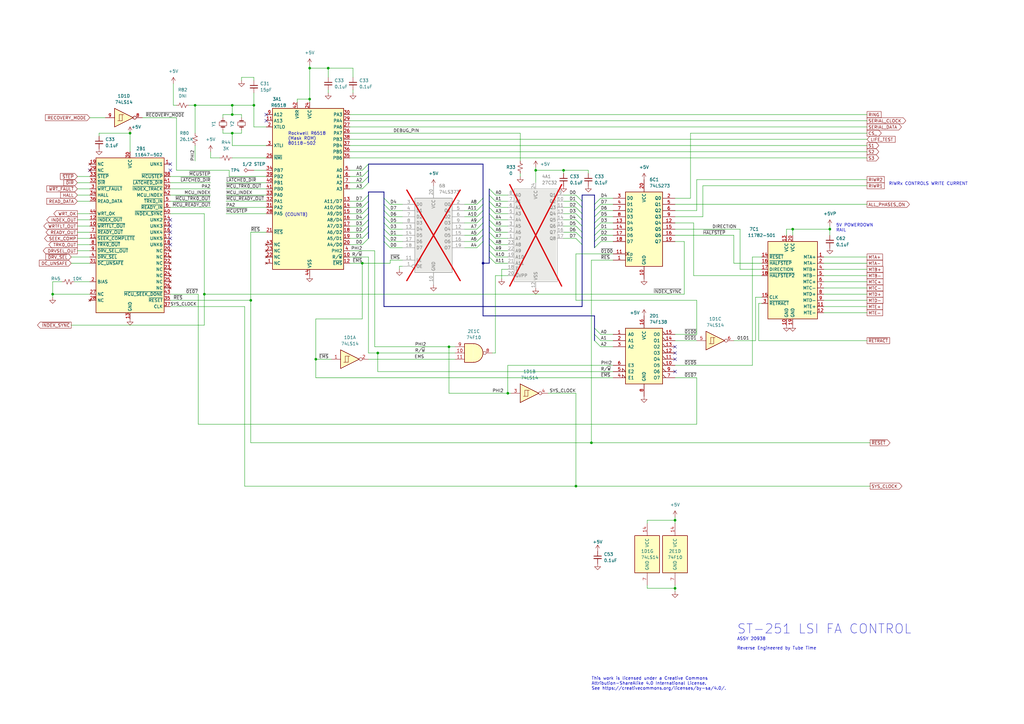
<source format=kicad_sch>
(kicad_sch (version 20230121) (generator eeschema)
  (paper "A3")
  (junction (at 83.82 120.65))
  (junction (at 127 27.94))
  (junction (at 80.01 43.18))
  (junction (at 219.71 69.85))
  (junction (at 53.34 54.61))
  (junction (at 208.28 161.29))
  (junction (at 154.94 144.78))
  (junction (at 21.59 120.65))
  (junction (at 134.62 27.94))
  (junction (at 95.25 43.18))
  (junction (at 104.14 43.18))
  (junction (at 184.15 142.24))
  (junction (at 127 40.64))
  (junction (at 340.36 93.98))
  (junction (at 231.14 69.85))
  (junction (at 102.87 123.19))
  (junction (at 95.25 54.61))
  (junction (at 148.59 107.95))
  (junction (at 276.86 241.3))
  (junction (at 129.54 147.32))
  (junction (at 198.12 107.95))
  (junction (at 236.22 199.39))
  (junction (at 95.25 46.99))
  (junction (at 276.86 213.36))
  (junction (at 325.12 93.98))
  (junction (at 242.57 181.61))
  (no_connect (at 276.86 147.32))
  (no_connect (at 69.85 95.25))
  (no_connect (at 109.22 49.53))
  (no_connect (at 69.85 100.33))
  (no_connect (at 276.86 152.4))
  (no_connect (at 36.83 69.85))
  (no_connect (at 69.85 69.85))
  (no_connect (at 69.85 97.79))
  (no_connect (at 276.86 142.24))
  (no_connect (at 69.85 90.17))
  (no_connect (at 109.22 46.99))
  (no_connect (at 69.85 67.31))
  (no_connect (at 276.86 144.78))
  (no_connect (at 69.85 92.71))
  (bus_entry (at 203.2 85.09) (size -2.54 -2.54))
  (bus_entry (at 195.58 88.9) (size 2.54 -2.54))
  (bus_entry (at 203.2 82.55) (size -2.54 -2.54))
  (bus_entry (at 238.76 82.55) (size -2.54 -2.54))
  (bus_entry (at 238.76 100.33) (size -2.54 -2.54))
  (bus_entry (at 160.02 93.98) (size -2.54 -2.54))
  (bus_entry (at 148.59 100.33) (size 2.54 -2.54))
  (bus_entry (at 160.02 96.52) (size -2.54 -2.54))
  (bus_entry (at 203.2 90.17) (size -2.54 -2.54))
  (bus_entry (at 203.2 107.95) (size -2.54 -2.54))
  (bus_entry (at 148.59 97.79) (size 2.54 -2.54))
  (bus_entry (at 243.84 93.98) (size 2.54 -2.54))
  (bus_entry (at 238.76 90.17) (size -2.54 -2.54))
  (bus_entry (at 148.59 77.47) (size 2.54 -2.54))
  (bus_entry (at 160.02 101.6) (size -2.54 -2.54))
  (bus_entry (at 243.84 96.52) (size 2.54 -2.54))
  (bus_entry (at 148.59 82.55) (size 2.54 -2.54))
  (bus_entry (at 238.76 87.63) (size -2.54 -2.54))
  (bus_entry (at 238.76 97.79) (size -2.54 -2.54))
  (bus_entry (at 203.2 80.01) (size -2.54 -2.54))
  (bus_entry (at 203.2 95.25) (size -2.54 -2.54))
  (bus_entry (at 195.58 93.98) (size 2.54 -2.54))
  (bus_entry (at 148.59 95.25) (size 2.54 -2.54))
  (bus_entry (at 243.84 91.44) (size 2.54 -2.54))
  (bus_entry (at 203.2 105.41) (size -2.54 -2.54))
  (bus_entry (at 243.84 101.6) (size 2.54 -2.54))
  (bus_entry (at 238.76 95.25) (size -2.54 -2.54))
  (bus_entry (at 195.58 86.36) (size 2.54 -2.54))
  (bus_entry (at 243.84 83.82) (size 2.54 -2.54))
  (bus_entry (at 203.2 100.33) (size -2.54 -2.54))
  (bus_entry (at 160.02 83.82) (size -2.54 -2.54))
  (bus_entry (at 238.76 85.09) (size -2.54 -2.54))
  (bus_entry (at 160.02 88.9) (size -2.54 -2.54))
  (bus_entry (at 203.2 97.79) (size -2.54 -2.54))
  (bus_entry (at 238.76 92.71) (size -2.54 -2.54))
  (bus_entry (at 195.58 101.6) (size 2.54 -2.54))
  (bus_entry (at 195.58 96.52) (size 2.54 -2.54))
  (bus_entry (at 246.38 139.7) (size -2.54 -2.54))
  (bus_entry (at 148.59 74.93) (size 2.54 -2.54))
  (bus_entry (at 195.58 99.06) (size 2.54 -2.54))
  (bus_entry (at 243.84 99.06) (size 2.54 -2.54))
  (bus_entry (at 203.2 92.71) (size -2.54 -2.54))
  (bus_entry (at 148.59 72.39) (size 2.54 -2.54))
  (bus_entry (at 148.59 87.63) (size 2.54 -2.54))
  (bus_entry (at 246.38 142.24) (size -2.54 -2.54))
  (bus_entry (at 203.2 87.63) (size -2.54 -2.54))
  (bus_entry (at 160.02 86.36) (size -2.54 -2.54))
  (bus_entry (at 148.59 69.85) (size 2.54 -2.54))
  (bus_entry (at 195.58 83.82) (size 2.54 -2.54))
  (bus_entry (at 148.59 90.17) (size 2.54 -2.54))
  (bus_entry (at 246.38 137.16) (size -2.54 -2.54))
  (bus_entry (at 160.02 99.06) (size -2.54 -2.54))
  (bus_entry (at 148.59 85.09) (size 2.54 -2.54))
  (bus_entry (at 160.02 91.44) (size -2.54 -2.54))
  (bus_entry (at 148.59 92.71) (size 2.54 -2.54))
  (bus_entry (at 195.58 91.44) (size 2.54 -2.54))
  (bus_entry (at 203.2 102.87) (size -2.54 -2.54))
  (bus_entry (at 243.84 88.9) (size 2.54 -2.54))
  (bus_entry (at 243.84 86.36) (size 2.54 -2.54))
  (wire (pts (xy 242.57 106.68) (xy 242.57 181.61)))
  (wire (pts (xy 40.64 54.61) (xy 40.64 55.88)))
  (wire (pts (xy 31.75 82.55) (xy 36.83 82.55)))
  (wire (pts (xy 251.46 88.9) (xy 246.38 88.9)))
  (wire (pts (xy 190.5 99.06) (xy 195.58 99.06)))
  (wire (pts (xy 303.53 93.98) (xy 303.53 110.49)))
  (wire (pts (xy 102.87 123.19) (xy 102.87 181.61)))
  (wire (pts (xy 143.51 59.69) (xy 355.6 59.69)))
  (wire (pts (xy 104.14 69.85) (xy 109.22 69.85)))
  (wire (pts (xy 276.86 213.36) (xy 276.86 214.63)))
  (wire (pts (xy 143.51 57.15) (xy 355.6 57.15)))
  (wire (pts (xy 148.59 130.81) (xy 129.54 130.81)))
  (bus (pts (xy 200.66 80.01) (xy 200.66 82.55)))
  (bus (pts (xy 151.13 97.79) (xy 151.13 95.25)))
  (bus (pts (xy 151.13 85.09) (xy 151.13 82.55)))
  (bus (pts (xy 198.12 91.44) (xy 198.12 93.98)))
  (wire (pts (xy 80.01 59.69) (xy 80.01 66.04)))
  (bus (pts (xy 157.48 125.73) (xy 238.76 125.73)))
  (wire (pts (xy 231.14 92.71) (xy 236.22 92.71)))
  (wire (pts (xy 104.14 31.75) (xy 99.06 31.75)))
  (wire (pts (xy 276.86 154.94) (xy 285.75 154.94)))
  (wire (pts (xy 284.48 91.44) (xy 284.48 113.03)))
  (bus (pts (xy 151.13 90.17) (xy 151.13 87.63)))
  (wire (pts (xy 129.54 130.81) (xy 129.54 147.32)))
  (bus (pts (xy 151.13 87.63) (xy 151.13 85.09)))
  (wire (pts (xy 203.2 87.63) (xy 208.28 87.63)))
  (wire (pts (xy 325.12 93.98) (xy 340.36 93.98)))
  (wire (pts (xy 312.42 124.46) (xy 311.15 124.46)))
  (bus (pts (xy 198.12 129.54) (xy 198.12 107.95)))
  (wire (pts (xy 80.01 43.18) (xy 95.25 43.18)))
  (wire (pts (xy 92.71 87.63) (xy 109.22 87.63)))
  (wire (pts (xy 276.86 137.16) (xy 285.75 137.16)))
  (wire (pts (xy 31.75 72.39) (xy 36.83 72.39)))
  (wire (pts (xy 86.36 62.23) (xy 86.36 64.77)))
  (wire (pts (xy 127 26.67) (xy 127 27.94)))
  (wire (pts (xy 129.54 154.94) (xy 251.46 154.94)))
  (wire (pts (xy 69.85 87.63) (xy 83.82 87.63)))
  (wire (pts (xy 236.22 161.29) (xy 236.22 199.39)))
  (bus (pts (xy 151.13 82.55) (xy 151.13 80.01)))
  (wire (pts (xy 251.46 99.06) (xy 246.38 99.06)))
  (bus (pts (xy 200.66 85.09) (xy 200.66 87.63)))
  (wire (pts (xy 160.02 88.9) (xy 165.1 88.9)))
  (wire (pts (xy 134.62 27.94) (xy 134.62 31.75)))
  (wire (pts (xy 203.2 95.25) (xy 208.28 95.25)))
  (bus (pts (xy 238.76 95.25) (xy 238.76 97.79)))
  (wire (pts (xy 184.15 142.24) (xy 186.69 142.24)))
  (wire (pts (xy 160.02 107.95) (xy 160.02 106.68)))
  (bus (pts (xy 198.12 88.9) (xy 198.12 91.44)))
  (wire (pts (xy 143.51 77.47) (xy 148.59 77.47)))
  (wire (pts (xy 231.14 97.79) (xy 236.22 97.79)))
  (wire (pts (xy 285.75 154.94) (xy 285.75 173.99)))
  (wire (pts (xy 69.85 82.55) (xy 86.36 82.55)))
  (bus (pts (xy 243.84 134.62) (xy 243.84 129.54)))
  (bus (pts (xy 200.66 95.25) (xy 200.66 97.79)))
  (bus (pts (xy 198.12 107.95) (xy 200.66 107.95)))
  (wire (pts (xy 265.43 214.63) (xy 265.43 213.36)))
  (wire (pts (xy 127 27.94) (xy 134.62 27.94)))
  (wire (pts (xy 144.78 27.94) (xy 144.78 31.75)))
  (wire (pts (xy 102.87 95.25) (xy 109.22 95.25)))
  (bus (pts (xy 200.66 105.41) (xy 200.66 107.95)))
  (wire (pts (xy 251.46 86.36) (xy 246.38 86.36)))
  (bus (pts (xy 243.84 88.9) (xy 243.84 86.36)))
  (wire (pts (xy 276.86 88.9) (xy 288.29 88.9)))
  (wire (pts (xy 143.51 82.55) (xy 148.59 82.55)))
  (wire (pts (xy 276.86 93.98) (xy 303.53 93.98)))
  (bus (pts (xy 151.13 80.01) (xy 151.13 78.74)))
  (wire (pts (xy 148.59 107.95) (xy 148.59 130.81)))
  (wire (pts (xy 29.21 105.41) (xy 36.83 105.41)))
  (wire (pts (xy 69.85 80.01) (xy 86.36 80.01)))
  (wire (pts (xy 92.71 74.93) (xy 109.22 74.93)))
  (wire (pts (xy 95.25 54.61) (xy 91.44 54.61)))
  (bus (pts (xy 198.12 83.82) (xy 198.12 86.36)))
  (wire (pts (xy 102.87 181.61) (xy 242.57 181.61)))
  (wire (pts (xy 311.15 124.46) (xy 311.15 139.7)))
  (wire (pts (xy 285.75 86.36) (xy 285.75 73.66)))
  (wire (pts (xy 276.86 81.28) (xy 283.21 81.28)))
  (wire (pts (xy 69.85 85.09) (xy 86.36 85.09)))
  (wire (pts (xy 251.46 83.82) (xy 246.38 83.82)))
  (bus (pts (xy 151.13 69.85) (xy 151.13 67.31)))
  (bus (pts (xy 243.84 129.54) (xy 198.12 129.54)))
  (wire (pts (xy 280.67 99.06) (xy 276.86 99.06)))
  (wire (pts (xy 276.86 240.03) (xy 276.86 241.3)))
  (wire (pts (xy 219.71 69.85) (xy 219.71 74.93)))
  (wire (pts (xy 72.39 69.85) (xy 72.39 48.26)))
  (wire (pts (xy 285.75 173.99) (xy 81.28 173.99)))
  (wire (pts (xy 72.39 69.85) (xy 93.98 69.85)))
  (wire (pts (xy 231.14 85.09) (xy 236.22 85.09)))
  (wire (pts (xy 100.33 199.39) (xy 236.22 199.39)))
  (wire (pts (xy 36.83 48.26) (xy 43.18 48.26)))
  (bus (pts (xy 198.12 96.52) (xy 198.12 99.06)))
  (wire (pts (xy 160.02 96.52) (xy 165.1 96.52)))
  (wire (pts (xy 58.42 48.26) (xy 72.39 48.26)))
  (wire (pts (xy 208.28 149.86) (xy 208.28 161.29)))
  (wire (pts (xy 143.51 54.61) (xy 213.36 54.61)))
  (wire (pts (xy 91.44 46.99) (xy 95.25 46.99)))
  (wire (pts (xy 276.86 241.3) (xy 276.86 242.57)))
  (wire (pts (xy 99.06 31.75) (xy 99.06 33.02)))
  (wire (pts (xy 143.51 107.95) (xy 148.59 107.95)))
  (wire (pts (xy 69.85 72.39) (xy 86.36 72.39)))
  (wire (pts (xy 213.36 71.12) (xy 213.36 72.39)))
  (wire (pts (xy 91.44 54.61) (xy 91.44 53.34)))
  (wire (pts (xy 69.85 123.19) (xy 102.87 123.19)))
  (wire (pts (xy 104.14 52.07) (xy 109.22 52.07)))
  (wire (pts (xy 280.67 99.06) (xy 280.67 120.65)))
  (wire (pts (xy 143.51 95.25) (xy 148.59 95.25)))
  (wire (pts (xy 203.2 90.17) (xy 208.28 90.17)))
  (bus (pts (xy 151.13 92.71) (xy 151.13 90.17)))
  (wire (pts (xy 104.14 38.1) (xy 104.14 43.18)))
  (wire (pts (xy 104.14 43.18) (xy 104.14 52.07)))
  (wire (pts (xy 69.85 120.65) (xy 81.28 120.65)))
  (wire (pts (xy 322.58 93.98) (xy 325.12 93.98)))
  (wire (pts (xy 160.02 106.68) (xy 165.1 106.68)))
  (bus (pts (xy 200.66 92.71) (xy 200.66 95.25)))
  (wire (pts (xy 203.2 102.87) (xy 208.28 102.87)))
  (wire (pts (xy 99.06 53.34) (xy 99.06 54.61)))
  (bus (pts (xy 238.76 97.79) (xy 238.76 100.33)))
  (wire (pts (xy 203.2 113.03) (xy 208.28 113.03)))
  (bus (pts (xy 198.12 67.31) (xy 198.12 81.28)))
  (wire (pts (xy 276.86 139.7) (xy 285.75 139.7)))
  (wire (pts (xy 69.85 77.47) (xy 86.36 77.47)))
  (wire (pts (xy 81.28 173.99) (xy 81.28 120.65)))
  (wire (pts (xy 231.14 95.25) (xy 236.22 95.25)))
  (wire (pts (xy 92.71 82.55) (xy 109.22 82.55)))
  (wire (pts (xy 203.2 92.71) (xy 208.28 92.71)))
  (wire (pts (xy 143.51 100.33) (xy 148.59 100.33)))
  (wire (pts (xy 246.38 142.24) (xy 251.46 142.24)))
  (wire (pts (xy 208.28 149.86) (xy 251.46 149.86)))
  (bus (pts (xy 151.13 67.31) (xy 198.12 67.31)))
  (wire (pts (xy 276.86 149.86) (xy 308.61 149.86)))
  (wire (pts (xy 205.74 114.3) (xy 205.74 110.49)))
  (bus (pts (xy 238.76 100.33) (xy 238.76 125.73)))
  (wire (pts (xy 83.82 120.65) (xy 280.67 120.65)))
  (wire (pts (xy 276.86 91.44) (xy 284.48 91.44)))
  (wire (pts (xy 129.54 154.94) (xy 129.54 147.32)))
  (wire (pts (xy 308.61 149.86) (xy 308.61 105.41)))
  (wire (pts (xy 190.5 96.52) (xy 195.58 96.52)))
  (bus (pts (xy 243.84 86.36) (xy 243.84 83.82)))
  (wire (pts (xy 31.75 100.33) (xy 36.83 100.33)))
  (wire (pts (xy 224.79 161.29) (xy 236.22 161.29)))
  (bus (pts (xy 243.84 101.6) (xy 243.84 99.06)))
  (wire (pts (xy 246.38 139.7) (xy 251.46 139.7)))
  (wire (pts (xy 127 41.91) (xy 127 40.64)))
  (bus (pts (xy 157.48 96.52) (xy 157.48 99.06)))
  (wire (pts (xy 109.22 59.69) (xy 95.25 59.69)))
  (bus (pts (xy 238.76 90.17) (xy 238.76 92.71)))
  (bus (pts (xy 243.84 137.16) (xy 243.84 134.62)))
  (wire (pts (xy 143.51 69.85) (xy 148.59 69.85)))
  (wire (pts (xy 283.21 81.28) (xy 283.21 54.61)))
  (wire (pts (xy 312.42 121.92) (xy 309.88 121.92)))
  (wire (pts (xy 208.28 161.29) (xy 209.55 161.29)))
  (wire (pts (xy 31.75 92.71) (xy 36.83 92.71)))
  (bus (pts (xy 157.48 88.9) (xy 157.48 91.44)))
  (wire (pts (xy 303.53 110.49) (xy 312.42 110.49)))
  (wire (pts (xy 151.13 105.41) (xy 151.13 144.78)))
  (bus (pts (xy 157.48 86.36) (xy 157.48 88.9)))
  (bus (pts (xy 157.48 81.28) (xy 157.48 83.82)))
  (wire (pts (xy 53.34 54.61) (xy 53.34 62.23)))
  (wire (pts (xy 154.94 144.78) (xy 186.69 144.78)))
  (wire (pts (xy 95.25 54.61) (xy 99.06 54.61)))
  (wire (pts (xy 134.62 36.83) (xy 134.62 38.1)))
  (bus (pts (xy 238.76 85.09) (xy 238.76 87.63)))
  (wire (pts (xy 236.22 104.14) (xy 236.22 123.19)))
  (wire (pts (xy 276.86 96.52) (xy 300.99 96.52)))
  (wire (pts (xy 337.82 105.41) (xy 355.6 105.41)))
  (wire (pts (xy 190.5 91.44) (xy 195.58 91.44)))
  (wire (pts (xy 31.75 102.87) (xy 36.83 102.87)))
  (wire (pts (xy 121.92 41.91) (xy 121.92 40.64)))
  (bus (pts (xy 151.13 78.74) (xy 157.48 78.74)))
  (wire (pts (xy 102.87 123.19) (xy 102.87 95.25)))
  (wire (pts (xy 340.36 92.71) (xy 340.36 93.98)))
  (wire (pts (xy 203.2 144.78) (xy 203.2 113.03)))
  (wire (pts (xy 219.71 69.85) (xy 219.71 68.58)))
  (wire (pts (xy 163.83 109.22) (xy 165.1 109.22)))
  (wire (pts (xy 90.17 64.77) (xy 86.36 64.77)))
  (wire (pts (xy 153.67 102.87) (xy 153.67 142.24)))
  (wire (pts (xy 148.59 107.95) (xy 160.02 107.95)))
  (wire (pts (xy 284.48 113.03) (xy 312.42 113.03)))
  (wire (pts (xy 29.21 107.95) (xy 36.83 107.95)))
  (wire (pts (xy 31.75 90.17) (xy 36.83 90.17)))
  (wire (pts (xy 31.75 97.79) (xy 36.83 97.79)))
  (bus (pts (xy 157.48 91.44) (xy 157.48 93.98)))
  (bus (pts (xy 200.66 90.17) (xy 200.66 92.71)))
  (wire (pts (xy 95.25 43.18) (xy 95.25 46.99)))
  (wire (pts (xy 143.51 87.63) (xy 148.59 87.63)))
  (bus (pts (xy 243.84 80.01) (xy 238.76 80.01)))
  (wire (pts (xy 203.2 82.55) (xy 208.28 82.55)))
  (bus (pts (xy 243.84 139.7) (xy 243.84 137.16)))
  (wire (pts (xy 99.06 48.26) (xy 99.06 46.99)))
  (wire (pts (xy 160.02 93.98) (xy 165.1 93.98)))
  (wire (pts (xy 337.82 110.49) (xy 355.6 110.49)))
  (wire (pts (xy 83.82 120.65) (xy 83.82 133.35)))
  (wire (pts (xy 251.46 81.28) (xy 246.38 81.28)))
  (wire (pts (xy 143.51 72.39) (xy 148.59 72.39)))
  (wire (pts (xy 160.02 86.36) (xy 165.1 86.36)))
  (wire (pts (xy 265.43 213.36) (xy 276.86 213.36)))
  (wire (pts (xy 71.12 34.29) (xy 71.12 43.18)))
  (wire (pts (xy 143.51 64.77) (xy 355.6 64.77)))
  (bus (pts (xy 200.66 102.87) (xy 200.66 105.41)))
  (wire (pts (xy 31.75 80.01) (xy 36.83 80.01)))
  (wire (pts (xy 92.71 80.01) (xy 109.22 80.01)))
  (bus (pts (xy 198.12 86.36) (xy 198.12 88.9)))
  (bus (pts (xy 198.12 99.06) (xy 198.12 107.95)))
  (bus (pts (xy 238.76 82.55) (xy 238.76 85.09)))
  (bus (pts (xy 238.76 87.63) (xy 238.76 90.17)))
  (wire (pts (xy 251.46 91.44) (xy 246.38 91.44)))
  (wire (pts (xy 231.14 90.17) (xy 236.22 90.17)))
  (wire (pts (xy 300.99 96.52) (xy 300.99 107.95)))
  (bus (pts (xy 243.84 91.44) (xy 243.84 88.9)))
  (wire (pts (xy 30.48 115.57) (xy 36.83 115.57)))
  (wire (pts (xy 160.02 101.6) (xy 165.1 101.6)))
  (bus (pts (xy 200.66 87.63) (xy 200.66 90.17)))
  (wire (pts (xy 104.14 33.02) (xy 104.14 31.75)))
  (wire (pts (xy 29.21 133.35) (xy 83.82 133.35)))
  (wire (pts (xy 91.44 48.26) (xy 91.44 46.99)))
  (wire (pts (xy 143.51 102.87) (xy 153.67 102.87)))
  (bus (pts (xy 238.76 80.01) (xy 238.76 82.55)))
  (wire (pts (xy 143.51 92.71) (xy 148.59 92.71)))
  (wire (pts (xy 151.13 147.32) (xy 186.69 147.32)))
  (wire (pts (xy 285.75 123.19) (xy 285.75 137.16)))
  (wire (pts (xy 143.51 46.99) (xy 355.6 46.99)))
  (wire (pts (xy 231.14 87.63) (xy 236.22 87.63)))
  (wire (pts (xy 337.82 118.11) (xy 355.6 118.11)))
  (bus (pts (xy 157.48 99.06) (xy 157.48 125.73)))
  (wire (pts (xy 154.94 152.4) (xy 154.94 144.78)))
  (wire (pts (xy 151.13 144.78) (xy 154.94 144.78)))
  (wire (pts (xy 109.22 72.39) (xy 93.98 72.39)))
  (wire (pts (xy 143.51 85.09) (xy 148.59 85.09)))
  (wire (pts (xy 265.43 241.3) (xy 276.86 241.3)))
  (wire (pts (xy 160.02 83.82) (xy 165.1 83.82)))
  (wire (pts (xy 236.22 123.19) (xy 285.75 123.19)))
  (wire (pts (xy 241.3 69.85) (xy 241.3 71.12)))
  (wire (pts (xy 201.93 144.78) (xy 203.2 144.78)))
  (wire (pts (xy 72.39 43.18) (xy 71.12 43.18)))
  (wire (pts (xy 190.5 88.9) (xy 195.58 88.9)))
  (wire (pts (xy 53.34 54.61) (xy 40.64 54.61)))
  (wire (pts (xy 154.94 152.4) (xy 251.46 152.4)))
  (bus (pts (xy 198.12 93.98) (xy 198.12 96.52)))
  (bus (pts (xy 200.66 82.55) (xy 200.66 85.09)))
  (wire (pts (xy 203.2 107.95) (xy 208.28 107.95)))
  (wire (pts (xy 83.82 87.63) (xy 83.82 120.65)))
  (wire (pts (xy 190.5 83.82) (xy 195.58 83.82)))
  (wire (pts (xy 21.59 120.65) (xy 21.59 121.92)))
  (wire (pts (xy 265.43 240.03) (xy 265.43 241.3)))
  (wire (pts (xy 121.92 40.64) (xy 127 40.64)))
  (bus (pts (xy 200.66 97.79) (xy 200.66 100.33)))
  (bus (pts (xy 243.84 96.52) (xy 243.84 93.98)))
  (wire (pts (xy 337.82 113.03) (xy 355.6 113.03)))
  (wire (pts (xy 95.25 64.77) (xy 109.22 64.77)))
  (bus (pts (xy 151.13 74.93) (xy 151.13 72.39)))
  (wire (pts (xy 143.51 90.17) (xy 148.59 90.17)))
  (wire (pts (xy 31.75 74.93) (xy 36.83 74.93)))
  (bus (pts (xy 198.12 81.28) (xy 198.12 83.82)))
  (wire (pts (xy 92.71 77.47) (xy 109.22 77.47)))
  (wire (pts (xy 213.36 54.61) (xy 213.36 66.04)))
  (wire (pts (xy 203.2 97.79) (xy 208.28 97.79)))
  (wire (pts (xy 21.59 120.65) (xy 21.59 115.57)))
  (wire (pts (xy 311.15 139.7) (xy 355.6 139.7)))
  (wire (pts (xy 276.86 86.36) (xy 285.75 86.36)))
  (wire (pts (xy 190.5 86.36) (xy 195.58 86.36)))
  (wire (pts (xy 31.75 87.63) (xy 36.83 87.63)))
  (wire (pts (xy 95.25 43.18) (xy 104.14 43.18)))
  (wire (pts (xy 337.82 107.95) (xy 355.6 107.95)))
  (wire (pts (xy 95.25 46.99) (xy 99.06 46.99)))
  (bus (pts (xy 200.66 77.47) (xy 200.66 80.01)))
  (wire (pts (xy 31.75 77.47) (xy 36.83 77.47)))
  (wire (pts (xy 242.57 106.68) (xy 251.46 106.68)))
  (wire (pts (xy 300.99 107.95) (xy 312.42 107.95)))
  (bus (pts (xy 157.48 83.82) (xy 157.48 86.36)))
  (wire (pts (xy 337.82 128.27) (xy 355.6 128.27)))
  (wire (pts (xy 163.83 110.49) (xy 163.83 109.22)))
  (wire (pts (xy 95.25 59.69) (xy 95.25 54.61)))
  (bus (pts (xy 243.84 93.98) (xy 243.84 91.44)))
  (wire (pts (xy 21.59 115.57) (xy 25.4 115.57)))
  (wire (pts (xy 69.85 74.93) (xy 86.36 74.93)))
  (wire (pts (xy 246.38 137.16) (xy 251.46 137.16)))
  (wire (pts (xy 184.15 161.29) (xy 208.28 161.29)))
  (wire (pts (xy 203.2 80.01) (xy 208.28 80.01)))
  (wire (pts (xy 36.83 120.65) (xy 21.59 120.65)))
  (wire (pts (xy 285.75 73.66) (xy 355.6 73.66)))
  (wire (pts (xy 337.82 123.19) (xy 355.6 123.19)))
  (wire (pts (xy 276.86 212.09) (xy 276.86 213.36)))
  (wire (pts (xy 231.14 80.01) (xy 236.22 80.01)))
  (wire (pts (xy 69.85 125.73) (xy 100.33 125.73)))
  (wire (pts (xy 340.36 96.52) (xy 340.36 93.98)))
  (wire (pts (xy 276.86 83.82) (xy 355.6 83.82)))
  (wire (pts (xy 127 40.64) (xy 127 27.94)))
  (wire (pts (xy 184.15 161.29) (xy 184.15 142.24)))
  (wire (pts (xy 134.62 27.94) (xy 144.78 27.94)))
  (wire (pts (xy 308.61 105.41) (xy 312.42 105.41)))
  (wire (pts (xy 92.71 85.09) (xy 109.22 85.09)))
  (bus (pts (xy 151.13 72.39) (xy 151.13 69.85)))
  (wire (pts (xy 288.29 76.2) (xy 355.6 76.2)))
  (wire (pts (xy 231.14 82.55) (xy 236.22 82.55)))
  (bus (pts (xy 151.13 95.25) (xy 151.13 92.71)))
  (bus (pts (xy 200.66 100.33) (xy 200.66 102.87)))
  (wire (pts (xy 203.2 105.41) (xy 208.28 105.41)))
  (wire (pts (xy 100.33 125.73) (xy 100.33 199.39)))
  (wire (pts (xy 160.02 91.44) (xy 165.1 91.44)))
  (wire (pts (xy 236.22 199.39) (xy 356.87 199.39)))
  (wire (pts (xy 231.14 69.85) (xy 231.14 71.12)))
  (wire (pts (xy 143.51 62.23) (xy 355.6 62.23)))
  (bus (pts (xy 157.48 78.74) (xy 157.48 81.28)))
  (wire (pts (xy 129.54 147.32) (xy 135.89 147.32)))
  (wire (pts (xy 283.21 54.61) (xy 355.6 54.61)))
  (wire (pts (xy 31.75 95.25) (xy 36.83 95.25)))
  (wire (pts (xy 325.12 93.98) (xy 325.12 96.52)))
  (wire (pts (xy 153.67 142.24) (xy 184.15 142.24)))
  (bus (pts (xy 243.84 99.06) (xy 243.84 96.52)))
  (wire (pts (xy 219.71 69.85) (xy 231.14 69.85)))
  (wire (pts (xy 251.46 93.98) (xy 246.38 93.98)))
  (wire (pts (xy 143.51 52.07) (xy 355.6 52.07)))
  (wire (pts (xy 203.2 85.09) (xy 208.28 85.09)))
  (wire (pts (xy 143.51 97.79) (xy 148.59 97.79)))
  (wire (pts (xy 203.2 100.33) (xy 208.28 100.33)))
  (wire (pts (xy 93.98 72.39) (xy 93.98 69.85)))
  (wire (pts (xy 337.82 125.73) (xy 355.6 125.73)))
  (wire (pts (xy 190.5 93.98) (xy 195.58 93.98)))
  (wire (pts (xy 251.46 96.52) (xy 246.38 96.52)))
  (wire (pts (xy 231.14 69.85) (xy 241.3 69.85)))
  (wire (pts (xy 337.82 115.57) (xy 355.6 115.57)))
  (wire (pts (xy 80.01 54.61) (xy 80.01 43.18)))
  (wire (pts (xy 300.99 139.7) (xy 309.88 139.7)))
  (bus (pts (xy 243.84 83.82) (xy 243.84 80.01)))
  (wire (pts (xy 144.78 36.83) (xy 144.78 38.1)))
  (wire (pts (xy 242.57 181.61) (xy 356.87 181.61)))
  (wire (pts (xy 160.02 99.06) (xy 165.1 99.06)))
  (wire (pts (xy 236.22 104.14) (xy 251.46 104.14)))
  (wire (pts (xy 190.5 101.6) (xy 195.58 101.6)))
  (wire (pts (xy 309.88 121.92) (xy 309.88 139.7)))
  (wire (pts (xy 77.47 43.18) (xy 80.01 43.18)))
  (wire (pts (xy 143.51 49.53) (xy 355.6 49.53)))
  (wire (pts (xy 288.29 88.9) (xy 288.29 76.2)))
  (bus (pts (xy 157.48 93.98) (xy 157.48 96.52)))
  (wire (pts (xy 205.74 110.49) (xy 208.28 110.49)))
  (wire (pts (xy 322.58 96.52) (xy 322.58 93.98)))
  (wire (pts (xy 143.51 74.93) (xy 148.59 74.93)))
  (wire (pts (xy 337.82 120.65) (xy 355.6 120.65)))
  (wire (pts (xy 143.51 105.41) (xy 151.13 105.41)))
  (bus (pts (xy 238.76 92.71) (xy 238.76 95.25)))
  (text "ASSY 20938" (at 302.26 262.89 0) (effects (font (size 1.27 1.27)) (justify left bottom)))
  (text "This work is licensed under a Creative Commons\nAttribution-ShareAlike 4.0 International License.\nSee https://creativecommons.org/licenses/by-sa/4.0/.\n" (at 242.57 283.21 0) (effects (font (size 1.27 1.27)) (justify left bottom)))
  (text "Rockwell R6518\n(Mask ROM)\n80118-502" (at 118.11 59.69 0) (effects (font (size 1.27 1.27)) (justify left bottom)))
  (text "(COUNTB)" (at 116.84 88.9 0) (effects (font (size 1.27 1.27)) (justify left bottom)))
  (text "Reverse Engineered by Tube Time" (at 302.26 266.7 0) (effects (font (size 1.27 1.27)) (justify left bottom)))
  (text "5V POWERDOWN\nRAIL" (at 342.9 95.25 0) (effects (font (size 1.27 1.27)) (justify left bottom)))
  (text "ST-251 LSI FA CONTROL" (at 302.26 260.35 0) (effects (font (size 3.81 3.81)) (justify left bottom)))
  (text "RIWRx CONTROLS WRITE CURRENT" (at 364.49 76.2 0) (effects (font (size 1.27 1.27)) (justify left bottom)))
  (label "D1" (at 160.02 96.52 0))
  (label "R{slash}~{W}" (at 246.38 152.4 0))
  (label "~{MCU_READY_OUT}" (at 92.71 82.55 0))
  (label "D5" (at 160.02 91.44 0))
  (label "D4" (at 160.02 83.82 0))
  (label "D1" (at 236.22 82.55 180))
  (label "D1" (at 246.38 93.98 0))
  (label "D2" (at 246.38 96.52 0))
  (label "A9" (at 203.2 102.87 0))
  (label "A6" (at 203.2 95.25 0))
  (label "A5" (at 203.2 92.71 0))
  (label "~{0105}" (at 285.75 149.86 180))
  (label "D4" (at 236.22 90.17 180))
  (label "~{RES}" (at 102.87 95.25 0))
  (label "PA2" (at 92.71 85.09 0))
  (label "D3" (at 148.59 92.71 180))
  (label "PHI2" (at 148.59 102.87 180))
  (label "A1" (at 203.2 82.55 0))
  (label "SYS_CLOCK" (at 236.22 161.29 180))
  (label "~{MCU_READY_OUT}" (at 86.36 85.09 180))
  (label "A2" (at 246.38 142.24 0))
  (label "~{0101}" (at 285.75 139.7 180))
  (label "D2" (at 236.22 85.09 180))
  (label "D4" (at 246.38 81.28 0))
  (label "DEBUG_PIN" (at 161.29 54.61 0))
  (label "~{0107}" (at 81.28 120.65 180))
  (label "A0" (at 148.59 69.85 180))
  (label "EMS" (at 173.99 147.32 180))
  (label "~{0100}" (at 285.75 137.16 180))
  (label "A1" (at 148.59 72.39 180))
  (label "~{RES}" (at 74.93 123.19 180))
  (label "A3" (at 203.2 87.63 0))
  (label "A4" (at 195.58 101.6 180))
  (label "~{MCU_TRK0_OUT}" (at 86.36 82.55 180))
  (label "~{LATCHED_DIR}" (at 92.71 74.93 0))
  (label "A10" (at 203.2 105.41 0))
  (label "D3" (at 160.02 93.98 0))
  (label "~{HALFSTEP}" (at 288.29 96.52 0))
  (label "A2" (at 148.59 74.93 180))
  (label "D1" (at 148.59 97.79 180))
  (label "D0" (at 236.22 80.01 180))
  (label "A8" (at 195.58 83.82 180))
  (label "R{slash}~{W}" (at 148.59 105.41 180))
  (label "MCU_INDEX" (at 86.36 80.01 180))
  (label "D5" (at 148.59 87.63 180))
  (label "D7" (at 148.59 82.55 180))
  (label "A3" (at 148.59 77.47 180))
  (label "MCU_INDEX" (at 92.71 80.01 0))
  (label "0101" (at 307.34 139.7 180))
  (label "A11" (at 195.58 86.36 180))
  (label "~{RECOVERY_MODE}" (at 59.69 48.26 0))
  (label "A1" (at 246.38 139.7 0))
  (label "A6" (at 195.58 99.06 180))
  (label "A11" (at 203.2 107.95 0))
  (label "~{INDEX_SYNC}" (at 267.97 120.65 0))
  (label "PA2" (at 86.36 77.47 180))
  (label "D0" (at 160.02 101.6 0))
  (label "D6" (at 236.22 95.25 180))
  (label "~{MCU_TRK0_OUT}" (at 92.71 77.47 0))
  (label "A0" (at 246.38 137.16 0))
  (label "~{EMS}" (at 130.81 147.32 0))
  (label "A7" (at 195.58 93.98 180))
  (label "~{MCUSTEP}" (at 92.71 87.63 0))
  (label "~{MCUSTEP}" (at 86.36 72.39 180))
  (label "A4" (at 203.2 90.17 0))
  (label "A9" (at 195.58 91.44 180))
  (label "PHI2" (at 80.01 66.04 90))
  (label "PHI2" (at 170.18 142.24 0))
  (label "D5" (at 246.38 88.9 0))
  (label "D4" (at 148.59 90.17 180))
  (label "DIRECTION" (at 292.1 93.98 0))
  (label "PHI2" (at 246.38 149.86 0))
  (label "~{LATCHED_DIR}" (at 86.36 74.93 180))
  (label "D3" (at 246.38 91.44 0))
  (label "A7" (at 203.2 97.79 0))
  (label "~{0100}" (at 246.38 104.14 0))
  (label "~{RES}" (at 246.38 106.68 0))
  (label "D6" (at 160.02 88.9 0))
  (label "D7" (at 160.02 86.36 0))
  (label "D5" (at 236.22 92.71 180))
  (label "D6" (at 148.59 85.09 180))
  (label "D7" (at 246.38 83.82 0))
  (label "A2" (at 203.2 85.09 0))
  (label "A0" (at 203.2 80.01 0))
  (label "D0" (at 246.38 99.06 0))
  (label "D6" (at 246.38 86.36 0))
  (label "D3" (at 236.22 87.63 180))
  (label "R{slash}~{W}" (at 170.18 144.78 0))
  (label "D0" (at 148.59 100.33 180))
  (label "A5" (at 195.58 96.52 180))
  (label "A10" (at 195.58 88.9 180))
  (label "D2" (at 160.02 99.06 0))
  (label "~{EMS}" (at 148.59 107.95 180))
  (label "~{EMS}" (at 160.02 106.68 0))
  (label "~{EMS}" (at 246.38 154.94 0))
  (label "D2" (at 148.59 95.25 180))
  (label "~{0107}" (at 285.75 154.94 180))
  (label "D7" (at 236.22 97.79 180))
  (label "SYS_CLOCK" (at 69.85 125.73 0))
  (label "A8" (at 203.2 100.33 0))
  (label "PHI2" (at 201.93 161.29 0))
  (global_label "MTC-" (shape passive) (at 355.6 118.11 0) (property "Intersheetrefs" "${INTERSHEET_REFS}" (effects hide)))
  (global_label "~{RESET}" (shape output) (at 356.87 181.61 0) (property "Intersheetrefs" "${INTERSHEET_REFS}" (effects hide)))
  (global_label "WRT_OK" (shape output) (at 31.75 87.63 180) (property "Intersheetrefs" "${INTERSHEET_REFS}" (effects hide)))
  (global_label "S2" (shape output) (at 355.6 62.23 0) (property "Intersheetrefs" "${INTERSHEET_REFS}" (effects hide)))
  (global_label "SERIAL_DATA" (shape output) (at 355.6 52.07 0) (property "Intersheetrefs" "${INTERSHEET_REFS}" (effects hide)))
  (global_label "RIWR2" (shape passive) (at 355.6 73.66 0) (property "Intersheetrefs" "${INTERSHEET_REFS}" (effects hide)))
  (global_label "DC_UNSAFE" (shape input) (at 29.21 107.95 180) (property "Intersheetrefs" "${INTERSHEET_REFS}" (effects hide)))
  (global_label "LIFE_TEST" (shape input) (at 355.6 57.15 0) (property "Intersheetrefs" "${INTERSHEET_REFS}" (effects hide)))
  (global_label "~{DRV_SEL}" (shape input) (at 29.21 105.41 180) (property "Intersheetrefs" "${INTERSHEET_REFS}" (effects hide)))
  (global_label "RECOVERY_MODE" (shape input) (at 36.83 48.26 180) (property "Intersheetrefs" "${INTERSHEET_REFS}" (effects hide)))
  (global_label "SERIAL_CLOCK" (shape output) (at 355.6 49.53 0) (property "Intersheetrefs" "${INTERSHEET_REFS}" (effects hide)))
  (global_label "READY_OUT" (shape output) (at 31.75 95.25 180) (property "Intersheetrefs" "${INTERSHEET_REFS}" (effects hide)))
  (global_label "CS_" (shape output) (at 355.6 54.61 0) (property "Intersheetrefs" "${INTERSHEET_REFS}" (effects hide)))
  (global_label "MTC+" (shape passive) (at 355.6 115.57 0) (property "Intersheetrefs" "${INTERSHEET_REFS}" (effects hide)))
  (global_label "MTD+" (shape passive) (at 355.6 120.65 0) (property "Intersheetrefs" "${INTERSHEET_REFS}" (effects hide)))
  (global_label "DRVSEL_OUT" (shape output) (at 31.75 102.87 180) (property "Intersheetrefs" "${INTERSHEET_REFS}" (effects hide)))
  (global_label "~{STEP}" (shape input) (at 31.75 72.39 180) (property "Intersheetrefs" "${INTERSHEET_REFS}" (effects hide)))
  (global_label "~{DIR}" (shape input) (at 31.75 74.93 180) (property "Intersheetrefs" "${INTERSHEET_REFS}" (effects hide)))
  (global_label "S3" (shape output) (at 355.6 64.77 0) (property "Intersheetrefs" "${INTERSHEET_REFS}" (effects hide)))
  (global_label "RING" (shape passive) (at 355.6 46.99 0) (property "Intersheetrefs" "${INTERSHEET_REFS}" (effects hide)))
  (global_label "TRK0_OUT" (shape output) (at 31.75 100.33 180) (property "Intersheetrefs" "${INTERSHEET_REFS}" (effects hide)))
  (global_label "READ_DATA" (shape input) (at 31.75 82.55 180) (property "Intersheetrefs" "${INTERSHEET_REFS}" (effects hide)))
  (global_label "SEEK_COMP" (shape output) (at 31.75 97.79 180) (property "Intersheetrefs" "${INTERSHEET_REFS}" (effects hide)))
  (global_label "INDEX_OUT" (shape output) (at 31.75 90.17 180) (property "Intersheetrefs" "${INTERSHEET_REFS}" (effects hide)))
  (global_label "MTD-" (shape passive) (at 355.6 123.19 0) (property "Intersheetrefs" "${INTERSHEET_REFS}" (effects hide)))
  (global_label "RIWR1" (shape passive) (at 355.6 76.2 0) (property "Intersheetrefs" "${INTERSHEET_REFS}" (effects hide)))
  (global_label "~{INDEX_SYNC}" (shape output) (at 29.21 133.35 180) (property "Intersheetrefs" "${INTERSHEET_REFS}" (effects hide)))
  (global_label "S1" (shape output) (at 355.6 59.69 0) (property "Intersheetrefs" "${INTERSHEET_REFS}" (effects hide)))
  (global_label "WRTFLT_OUT" (shape output) (at 31.75 92.71 180) (property "Intersheetrefs" "${INTERSHEET_REFS}" (effects hide)))
  (global_label "MTE+" (shape passive) (at 355.6 125.73 0) (property "Intersheetrefs" "${INTERSHEET_REFS}" (effects hide)))
  (global_label "MTA-" (shape passive) (at 355.6 107.95 0) (property "Intersheetrefs" "${INTERSHEET_REFS}" (effects hide)))
  (global_label "ALL_PHASES_ON" (shape output) (at 355.6 83.82 0) (property "Intersheetrefs" "${INTERSHEET_REFS}" (effects hide)))
  (global_label "~{RETRACT}" (shape passive) (at 355.6 139.7 0) (property "Intersheetrefs" "${INTERSHEET_REFS}" (effects hide)))
  (global_label "MTB+" (shape passive) (at 355.6 110.49 0) (property "Intersheetrefs" "${INTERSHEET_REFS}" (effects hide)))
  (global_label "HALL" (shape input) (at 31.75 80.01 180) (property "Intersheetrefs" "${INTERSHEET_REFS}" (effects hide)))
  (global_label "~{WRT_FAULT}" (shape input) (at 31.75 77.47 180) (property "Intersheetrefs" "${INTERSHEET_REFS}" (effects hide)))
  (global_label "MTA+" (shape passive) (at 355.6 105.41 0) (property "Intersheetrefs" "${INTERSHEET_REFS}" (effects hide)))
  (global_label "MTE-" (shape passive) (at 355.6 128.27 0) (property "Intersheetrefs" "${INTERSHEET_REFS}" (effects hide)))
  (global_label "SYS_CLOCK" (shape output) (at 356.87 199.39 0) (property "Intersheetrefs" "${INTERSHEET_REFS}" (effects hide)))
  (global_label "MTB-" (shape passive) (at 355.6 113.03 0) (property "Intersheetrefs" "${INTERSHEET_REFS}" (effects hide)))
  (symbol (lib_id "power:GND") (at 219.71 118.11 0) (unit 1)
    (property "Reference" "#PWR0135" (effects hide))
    (property "Value" "GND" (effects hide))
  )
  (symbol (lib_id "power:+5V") (at 177.8 76.2 0) (unit 1)
    (property "Reference" "#PWR0129" (effects hide))
    (property "Value" "+5V" (at 177.8 71.12 0))
  )
  (symbol (lib_id "st251:STEP_LOGIC") (at 39.37 64.77 0) (unit 1)
    (property "Reference" "2B1" (at 55.88 60.96 0) (effects (justify left)))
    (property "Value" "11647-502" (at 60.96 63.5 0))
    (property "Footprint" "Package_LCC:PLCC-44_16.6x16.6mm_P1.27mm" (effects hide))
  )
  (symbol (lib_id "Device:C_Small") (at 245.11 228.6 0) (unit 1)
    (property "Reference" "C53" (at 247.65 227.3363 0) (effects (justify left)))
    (property "Value" "0.1uF" (at 247.65 229.8763 0) (effects (justify left)))
    (property "Footprint" "Capacitor_SMD:C_1206_3216Metric" (effects hide))
    (instances (project "st251_20938" (path "" (reference "C53") (unit 1)) (path "" (reference "C72") (unit 1))))
  )
  (symbol (lib_id "74xx:74LS373") (at 177.8 96.52 0) (unit 1) (dnp yes)
    (property "Reference" "6B" (at 179.9941 76.2 0) (effects (justify left)))
    (property "Value" "74LS373" (at 179.9941 78.74 0) (effects (justify left)))
    (property "Footprint" "Active:SOP127P1065X265-20" (effects hide))
    (property "Datasheet" "http://www.ti.com/lit/gpn/sn74LS373" (effects hide))
    (instances (project "st251_20938" (path "" (reference "6B") (unit 1)) (path "" (reference "6B1") (unit 1))))
  )
  (symbol (lib_id "74xx:74LS14") (at 265.43 227.33 0) (unit 7)
    (property "Reference" "1D1" (at 262.89 226.06 0) (effects (justify left)))
    (property "Value" "74LS14" (at 262.89 228.6 0) (effects (justify left)))
    (property "Footprint" "Active:SOP127P620X175-14" (effects hide))
    (property "Datasheet" "http://www.ti.com/lit/gpn/sn74LS14" (effects hide))
  )
  (symbol (lib_id "power:+5V") (at 264.16 129.54 0) (unit 1)
    (property "Reference" "#PWR0132" (effects hide))
    (property "Value" "+5V" (at 260.35 128.27 0))
  )
  (symbol (lib_id "power:GND") (at 21.59 121.92 0) (unit 1)
    (property "Reference" "#PWR05" (effects hide))
    (property "Value" "GND" (effects hide))
  )
  (symbol (lib_id "power:+5V") (at 53.34 54.61 0) (unit 1)
    (property "Reference" "#PWR0125" (effects hide))
    (property "Value" "+5V" (at 55.88 52.07 0))
  )
  (symbol (lib_id "memory_new:27C32") (at 210.82 77.47 0) (unit 1) (dnp yes)
    (property "Reference" "4A1" (at 222.25 72.39 0) (effects (justify left)))
    (property "Value" "27C32" (at 222.25 74.93 0) (effects (justify left)))
    (property "Footprint" "Active:DIP254P1524X635-24" (effects hide))
  )
  (symbol (lib_id "Device:R_Small_US") (at 213.36 68.58 0) (unit 1)
    (property "Reference" "R33" (at 209.55 68.58 0))
    (property "Value" "0" (at 209.55 71.12 0))
    (property "Footprint" "Resistor_SMD:R_1206_3216Metric" (effects hide))
  )
  (symbol (lib_id "Device:C_Small") (at 134.62 34.29 0) (unit 1)
    (property "Reference" "C33" (at 137.16 33.0263 0) (effects (justify left)))
    (property "Value" "0.1uF" (at 137.16 35.5663 0) (effects (justify left)))
    (property "Footprint" "Capacitor_SMD:C_1206_3216Metric" (effects hide))
    (instances (project "st251_20938" (path "" (reference "C33") (unit 1)) (path "" (reference "C49") (unit 1))))
  )
  (symbol (lib_id "power:GND") (at 40.64 60.96 0) (unit 1)
    (property "Reference" "#PWR0144" (effects hide))
    (property "Value" "GND" (effects hide))
  )
  (symbol (lib_id "power:GND") (at 340.36 101.6 0) (unit 1)
    (property "Reference" "#PWR0140" (effects hide))
    (property "Value" "GND" (effects hide))
  )
  (symbol (lib_id "74xx:74LS14") (at 217.17 161.29 0) (unit 2)
    (property "Reference" "1D1" (at 217.17 152.4 0))
    (property "Value" "74LS14" (at 217.17 154.94 0))
    (property "Footprint" "Active:SOP127P620X175-14" (effects hide))
    (property "Datasheet" "http://www.ti.com/lit/gpn/sn74LS14" (effects hide))
  )
  (symbol (lib_id "power:GND") (at 264.16 114.3 0) (unit 1)
    (property "Reference" "#PWR0136" (effects hide))
    (property "Value" "GND" (effects hide))
  )
  (symbol (lib_id "power:GND") (at 99.06 33.02 0) (unit 1)
    (property "Reference" "#PWR01" (effects hide))
    (property "Value" "GND" (effects hide))
  )
  (symbol (lib_id "Device:C_Small") (at 241.3 73.66 0) (unit 1)
    (property "Reference" "C33" (at 243.84 72.3963 0) (effects (justify left)))
    (property "Value" "0.1uF" (at 243.84 74.9363 0) (effects (justify left)))
    (property "Footprint" "Capacitor_SMD:C_1206_3216Metric" (effects hide))
    (instances (project "st251_20938" (path "" (reference "C33") (unit 1)) (path "" (reference "C45") (unit 1))))
  )
  (symbol (lib_id "power:GND") (at 205.74 114.3 0) (unit 1)
    (property "Reference" "#PWR0150" (effects hide))
    (property "Value" "GND" (effects hide))
  )
  (symbol (lib_id "power:GND") (at 231.14 76.2 0) (unit 1)
    (property "Reference" "#PWR0141" (effects hide))
    (property "Value" "GND" (effects hide))
  )
  (symbol (lib_id "74xx:74LS10") (at 276.86 227.33 0) (unit 4)
    (property "Reference" "2E1" (at 276.86 226.06 0))
    (property "Value" "74F10" (at 276.86 228.6 0))
    (property "Footprint" "Active:SOP127P620X175-14" (effects hide))
    (property "Datasheet" "http://www.ti.com/lit/gpn/sn74LS10" (effects hide))
  )
  (symbol (lib_id "power:+5V") (at 127 26.67 0) (unit 1)
    (property "Reference" "#PWR0126" (effects hide))
    (property "Value" "+5V" (at 127 21.59 0))
  )
  (symbol (lib_id "Device:C_Small") (at 40.64 58.42 0) (unit 1)
    (property "Reference" "C33" (at 43.18 57.1563 0) (effects (justify left)))
    (property "Value" "0.1uF" (at 43.18 59.6963 0) (effects (justify left)))
    (property "Footprint" "Capacitor_SMD:C_1206_3216Metric" (effects hide))
    (instances (project "st251_20938" (path "" (reference "C33") (unit 1)) (path "" (reference "C68") (unit 1))))
  )
  (symbol (lib_id "st251:STEP_SEGR") (at 314.96 99.06 0) (unit 1)
    (property "Reference" "7C1" (at 307.34 93.98 0) (effects (justify left)))
    (property "Value" "11782-501" (at 312.42 96.52 0))
    (property "Footprint" "Active:SOP127P1065X265-20" (effects hide))
  )
  (symbol (lib_id "74xx:74LS10") (at 194.31 144.78 0) (unit 3)
    (property "Reference" "2E1" (at 194.3017 135.89 0))
    (property "Value" "74F10" (at 194.3017 138.43 0))
    (property "Footprint" "Active:SOP127P620X175-14" (effects hide))
    (property "Datasheet" "http://www.ti.com/lit/gpn/sn74LS10" (effects hide))
  )
  (symbol (lib_id "74xx:74LS14") (at 143.51 147.32 0) (unit 1)
    (property "Reference" "1D1" (at 143.51 138.43 0))
    (property "Value" "74LS14" (at 143.51 140.97 0))
    (property "Footprint" "Active:SOP127P620X175-14" (effects hide))
    (property "Datasheet" "http://www.ti.com/lit/gpn/sn74LS14" (effects hide))
  )
  (symbol (lib_id "Device:R_Small_US") (at 92.71 64.77 90) (unit 1)
    (property "Reference" "R44" (at 92.71 58.42 90))
    (property "Value" "3K" (at 92.71 60.96 90))
    (property "Footprint" "Resistor_SMD:R_1206_3216Metric" (effects hide))
  )
  (symbol (lib_id "Device:Crystal_Small") (at 91.44 50.8 90) (unit 1)
    (property "Reference" "Y1" (at 87.63 50.8 0))
    (property "Value" "Crystal_Small" (effects hide))
    (property "Footprint" "Crystal:Crystal_SMD_HC49-SD" (effects hide))
  )
  (symbol (lib_id "power:GND") (at 163.83 110.49 0) (unit 1)
    (property "Reference" "#PWR0149" (effects hide))
    (property "Value" "GND" (effects hide))
  )
  (symbol (lib_id "power:GND") (at 325.12 133.35 0) (unit 1)
    (property "Reference" "#PWR0139" (effects hide))
    (property "Value" "GND" (effects hide))
  )
  (symbol (lib_id "power:+5V") (at 219.71 68.58 0) (unit 1)
    (property "Reference" "#PWR0130" (effects hide))
    (property "Value" "+5V" (at 223.52 67.31 0))
  )
  (symbol (lib_id "power:GND") (at 264.16 162.56 0) (unit 1)
    (property "Reference" "#PWR0137" (effects hide))
    (property "Value" "GND" (effects hide))
  )
  (symbol (lib_id "Connector:TestPoint_Alt") (at 104.14 69.85 90) (unit 1)
    (property "Reference" "TP4" (at 96.52 69.85 90))
    (property "Value" "1/2 STEP" (at 104.14 67.31 90))
    (property "Footprint" "TestPoint:TestPoint_THTPad_2.0x2.0mm_Drill1.0mm" (effects hide))
  )
  (symbol (lib_id "power:GND") (at 53.34 130.81 0) (unit 1)
    (property "Reference" "#PWR0143" (effects hide))
    (property "Value" "GND" (effects hide))
  )
  (symbol (lib_id "power:GND") (at 144.78 38.1 0) (unit 1)
    (property "Reference" "#PWR0128" (effects hide))
    (property "Value" "GND" (effects hide))
  )
  (symbol (lib_id "Device:C_Small") (at 340.36 99.06 0) (unit 1)
    (property "Reference" "C62" (at 342.9 97.7963 0) (effects (justify left)))
    (property "Value" "0.1uF" (at 342.9 100.3363 0) (effects (justify left)))
    (property "Footprint" "Capacitor_SMD:C_1206_3216Metric" (effects hide))
    (instances (project "st251_20938" (path "" (reference "C62") (unit 1)) (path "" (reference "C74") (unit 1))))
  )
  (symbol (lib_id "power:GND") (at 241.3 76.2 0) (unit 1)
    (property "Reference" "#PWR0142" (effects hide))
    (property "Value" "GND" (effects hide))
  )
  (symbol (lib_id "st251:6518") (at 111.76 44.45 0) (unit 1)
    (property "Reference" "3A1" (at 111.76 40.64 0) (effects (justify left)))
    (property "Value" "R6518" (at 114.3 43.18 0))
    (property "Footprint" "Package_LCC:PLCC-44_16.6x16.6mm_P1.27mm" (effects hide))
  )
  (symbol (lib_id "Device:R_Small_US") (at 74.93 43.18 90) (unit 1)
    (property "Reference" "R82" (at 74.93 36.83 90))
    (property "Value" "DNI" (at 74.93 39.37 90))
    (property "Footprint" "Resistor_SMD:R_1206_3216Metric" (effects hide))
  )
  (symbol (lib_id "power:GND") (at 245.11 231.14 0) (unit 1)
    (property "Reference" "#PWR058" (effects hide))
    (property "Value" "GND" (effects hide))
    (instances (project "st251_20938" (path "" (reference "#PWR058") (unit 1)) (path "" (reference "#PWR0154") (unit 1))))
  )
  (symbol (lib_id "power:+5V") (at 71.12 34.29 0) (unit 1)
    (property "Reference" "#PWR02" (effects hide))
    (property "Value" "+5V" (at 71.12 29.21 0))
  )
  (symbol (lib_id "Device:C_Small") (at 104.14 35.56 0) (unit 1)
    (property "Reference" "C31" (at 106.68 34.2963 0) (effects (justify left)))
    (property "Value" "15pF" (at 106.68 36.8363 0) (effects (justify left)))
    (property "Footprint" "Capacitor_SMD:C_0805_2012Metric" (effects hide))
  )
  (symbol (lib_id "power:+5V") (at 276.86 212.09 0) (unit 1)
    (property "Reference" "#PWR0123" (effects hide))
    (property "Value" "+5V" (at 276.86 207.01 0))
  )
  (symbol (lib_id "power:GND") (at 177.8 116.84 0) (unit 1)
    (property "Reference" "#PWR0134" (effects hide))
    (property "Value" "GND" (effects hide))
  )
  (symbol (lib_id "74xx:74LS273") (at 264.16 93.98 0) (unit 1)
    (property "Reference" "6C1" (at 266.3541 73.66 0) (effects (justify left)))
    (property "Value" "74LS273" (at 266.3541 76.2 0) (effects (justify left)))
    (property "Footprint" "Active:SOP127P1065X265-20" (effects hide))
    (property "Datasheet" "http://www.ti.com/lit/gpn/sn74LS273" (effects hide))
  )
  (symbol (lib_id "74xx:74LS138") (at 264.16 144.78 0) (unit 1)
    (property "Reference" "2D1" (at 266.3541 129.54 0) (effects (justify left)))
    (property "Value" "74F138" (at 266.3541 132.08 0) (effects (justify left)))
    (property "Footprint" "Active:SOP127P620X175-16" (effects hide))
    (property "Datasheet" "http://www.ti.com/lit/gpn/sn74LS138" (effects hide))
  )
  (symbol (lib_id "power:GND") (at 322.58 133.35 0) (unit 1)
    (property "Reference" "#PWR0138" (effects hide))
    (property "Value" "GND" (effects hide))
  )
  (symbol (lib_id "power:GND") (at 127 113.03 0) (unit 1)
    (property "Reference" "#PWR0133" (effects hide))
    (property "Value" "GND" (effects hide))
  )
  (symbol (lib_id "Device:Crystal_Small") (at 99.06 50.8 90) (unit 1)
    (property "Reference" "Y2" (at 95.25 50.8 0))
    (property "Value" "Crystal_Small" (effects hide))
    (property "Footprint" "Crystal:Crystal_HC49-U_Vertical" (effects hide))
  )
  (symbol (lib_id "power:GND") (at 276.86 242.57 0) (unit 1)
    (property "Reference" "#PWR0124" (effects hide))
    (property "Value" "GND" (effects hide))
  )
  (symbol (lib_id "Device:R_Small_US") (at 27.94 115.57 90) (unit 1)
    (property "Reference" "R45" (at 22.86 114.3 90))
    (property "Value" "10K" (at 31.75 114.3 90))
    (property "Footprint" "Resistor_SMD:R_1206_3216Metric" (effects hide))
  )
  (symbol (lib_id "Device:R_Small_US") (at 80.01 57.15 0) (unit 1)
    (property "Reference" "R80" (at 73.66 54.61 0) (effects (justify left)))
    (property "Value" "26.1K" (at 73.66 57.15 0) (effects (justify left)))
    (property "Footprint" "Resistor_SMD:R_1206_3216Metric" (effects hide))
  )
  (symbol (lib_id "74xx:74LS14") (at 50.8 48.26 0) (unit 4)
    (property "Reference" "1D1" (at 50.8 39.37 0))
    (property "Value" "74LS14" (at 50.8 41.91 0))
    (property "Footprint" "Active:SOP127P620X175-14" (effects hide))
    (property "Datasheet" "http://www.ti.com/lit/gpn/sn74LS14" (effects hide))
  )
  (symbol (lib_id "power:+5V") (at 86.36 62.23 0) (unit 1)
    (property "Reference" "#PWR03" (effects hide))
    (property "Value" "+5V" (at 86.36 57.15 0))
  )
  (symbol (lib_id "power:GND") (at 213.36 72.39 0) (unit 1)
    (property "Reference" "#PWR04" (effects hide))
    (property "Value" "GND" (effects hide))
  )
  (symbol (lib_id "74xx:74LS14") (at 293.37 139.7 0) (unit 3)
    (property "Reference" "1D1" (at 293.37 130.81 0))
    (property "Value" "74LS14" (at 293.37 133.35 0))
    (property "Footprint" "Active:SOP127P620X175-14" (effects hide))
    (property "Datasheet" "http://www.ti.com/lit/gpn/sn74LS14" (effects hide))
  )
  (symbol (lib_id "power:GND") (at 134.62 38.1 0) (unit 1)
    (property "Reference" "#PWR0127" (effects hide))
    (property "Value" "GND" (effects hide))
  )
  (symbol (lib_id "Device:C_Small") (at 231.14 73.66 0) (unit 1)
    (property "Reference" "C33" (at 233.68 72.3963 0) (effects (justify left)))
    (property "Value" "0.1uF" (at 233.68 74.9363 0) (effects (justify left)))
    (property "Footprint" "Capacitor_SMD:C_1206_3216Metric" (effects hide))
    (instances (project "st251_20938" (path "" (reference "C33") (unit 1)) (path "" (reference "C40") (unit 1))))
  )
  (symbol (lib_id "power:+5V") (at 264.16 73.66 0) (unit 1)
    (property "Reference" "#PWR0131" (effects hide))
    (property "Value" "+5V" (at 264.16 68.58 0))
  )
  (symbol (lib_id "Device:C_Small") (at 144.78 34.29 0) (unit 1)
    (property "Reference" "C33" (at 147.32 33.0263 0) (effects (justify left)))
    (property "Value" "0.1uF" (at 147.32 35.5663 0) (effects (justify left)))
    (property "Footprint" "Capacitor_SMD:C_1206_3216Metric" (effects hide))
    (instances (project "st251_20938" (path "" (reference "C33") (unit 1)) (path "" (reference "C50") (unit 1))))
  )
  (symbol (lib_id "power:+5V") (at 245.11 226.06 0) (unit 1)
    (property "Reference" "#PWR057" (effects hide))
    (property "Value" "+5V" (at 245.11 222.25 0))
    (instances (project "st251_20938" (path "" (reference "#PWR057") (unit 1)) (path "" (reference "#PWR0153") (unit 1))))
  )
  (symbol (lib_id "power:+5VP") (at 340.36 92.71 0) (unit 1)
    (property "Reference" "#PWR044" (effects hide))
    (property "Value" "+5VP" (at 340.36 87.63 0))
  )
)
</source>
